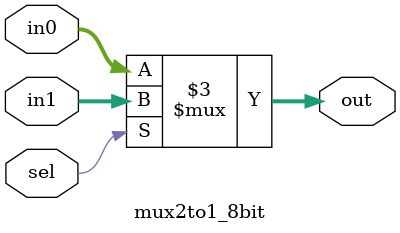
<source format=v>
module mux2to1_8bit (
    input wire [7:0] in0,
    input wire [7:0] in1,
    input wire sel,
    output reg [7:0] out
);

    always @(*) begin
        if (sel)
            out = in1;
        else
            out = in0;
    end

endmodule

</source>
